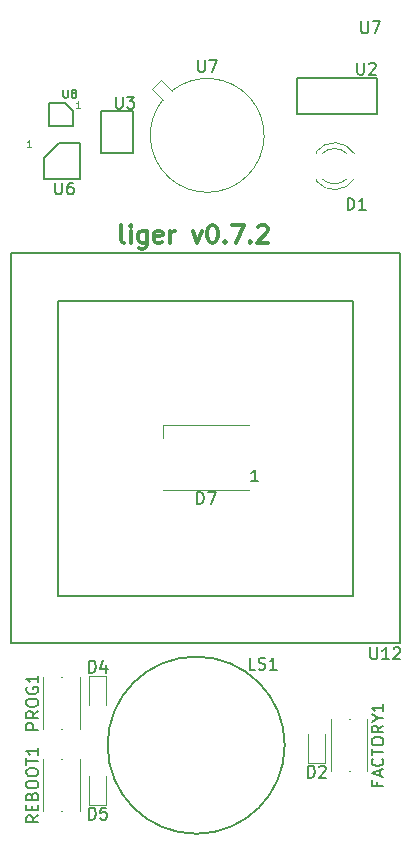
<source format=gbr>
G04 #@! TF.GenerationSoftware,KiCad,Pcbnew,6.0.0-rc1-unknown-2086226~66~ubuntu18.04.1*
G04 #@! TF.CreationDate,2018-11-28T13:28:41-06:00*
G04 #@! TF.ProjectId,liger,6c696765-722e-46b6-9963-61645f706362,rev?*
G04 #@! TF.SameCoordinates,Original*
G04 #@! TF.FileFunction,Legend,Top*
G04 #@! TF.FilePolarity,Positive*
%FSLAX46Y46*%
G04 Gerber Fmt 4.6, Leading zero omitted, Abs format (unit mm)*
G04 Created by KiCad (PCBNEW 6.0.0-rc1-unknown-2086226~66~ubuntu18.04.1) date Wed 28 Nov 2018 01:28:41 PM CST*
%MOMM*%
%LPD*%
G01*
G04 APERTURE LIST*
%ADD10C,0.080000*%
%ADD11C,0.300000*%
%ADD12C,0.150000*%
%ADD13C,0.120000*%
G04 APERTURE END LIST*
D10*
X136428142Y-59049809D02*
X136113857Y-59049809D01*
X136271000Y-59049809D02*
X136271000Y-58499809D01*
X136218619Y-58578380D01*
X136166238Y-58630761D01*
X136113857Y-58656952D01*
X132237142Y-62351809D02*
X131922857Y-62351809D01*
X132080000Y-62351809D02*
X132080000Y-61801809D01*
X132027619Y-61880380D01*
X131975238Y-61932761D01*
X131922857Y-61958952D01*
D11*
X140135714Y-70478571D02*
X139992857Y-70407142D01*
X139921428Y-70264285D01*
X139921428Y-68978571D01*
X140707142Y-70478571D02*
X140707142Y-69478571D01*
X140707142Y-68978571D02*
X140635714Y-69050000D01*
X140707142Y-69121428D01*
X140778571Y-69050000D01*
X140707142Y-68978571D01*
X140707142Y-69121428D01*
X142064285Y-69478571D02*
X142064285Y-70692857D01*
X141992857Y-70835714D01*
X141921428Y-70907142D01*
X141778571Y-70978571D01*
X141564285Y-70978571D01*
X141421428Y-70907142D01*
X142064285Y-70407142D02*
X141921428Y-70478571D01*
X141635714Y-70478571D01*
X141492857Y-70407142D01*
X141421428Y-70335714D01*
X141350000Y-70192857D01*
X141350000Y-69764285D01*
X141421428Y-69621428D01*
X141492857Y-69550000D01*
X141635714Y-69478571D01*
X141921428Y-69478571D01*
X142064285Y-69550000D01*
X143350000Y-70407142D02*
X143207142Y-70478571D01*
X142921428Y-70478571D01*
X142778571Y-70407142D01*
X142707142Y-70264285D01*
X142707142Y-69692857D01*
X142778571Y-69550000D01*
X142921428Y-69478571D01*
X143207142Y-69478571D01*
X143350000Y-69550000D01*
X143421428Y-69692857D01*
X143421428Y-69835714D01*
X142707142Y-69978571D01*
X144064285Y-70478571D02*
X144064285Y-69478571D01*
X144064285Y-69764285D02*
X144135714Y-69621428D01*
X144207142Y-69550000D01*
X144350000Y-69478571D01*
X144492857Y-69478571D01*
X145992857Y-69478571D02*
X146350000Y-70478571D01*
X146707142Y-69478571D01*
X147564285Y-68978571D02*
X147707142Y-68978571D01*
X147850000Y-69050000D01*
X147921428Y-69121428D01*
X147992857Y-69264285D01*
X148064285Y-69550000D01*
X148064285Y-69907142D01*
X147992857Y-70192857D01*
X147921428Y-70335714D01*
X147850000Y-70407142D01*
X147707142Y-70478571D01*
X147564285Y-70478571D01*
X147421428Y-70407142D01*
X147350000Y-70335714D01*
X147278571Y-70192857D01*
X147207142Y-69907142D01*
X147207142Y-69550000D01*
X147278571Y-69264285D01*
X147350000Y-69121428D01*
X147421428Y-69050000D01*
X147564285Y-68978571D01*
X148707142Y-70335714D02*
X148778571Y-70407142D01*
X148707142Y-70478571D01*
X148635714Y-70407142D01*
X148707142Y-70335714D01*
X148707142Y-70478571D01*
X149278571Y-68978571D02*
X150278571Y-68978571D01*
X149635714Y-70478571D01*
X150850000Y-70335714D02*
X150921428Y-70407142D01*
X150850000Y-70478571D01*
X150778571Y-70407142D01*
X150850000Y-70335714D01*
X150850000Y-70478571D01*
X151492857Y-69121428D02*
X151564285Y-69050000D01*
X151707142Y-68978571D01*
X152064285Y-68978571D01*
X152207142Y-69050000D01*
X152278571Y-69121428D01*
X152350000Y-69264285D01*
X152350000Y-69407142D01*
X152278571Y-69621428D01*
X151421428Y-70478571D01*
X152350000Y-70478571D01*
D12*
G04 #@! TO.C,U12*
X130550000Y-104400000D02*
X130550000Y-71400000D01*
X163550000Y-71400000D02*
X130550000Y-71400000D01*
X163550000Y-104400000D02*
X163550000Y-71400000D01*
X163550000Y-104400000D02*
X130550000Y-104400000D01*
X159550000Y-75400000D02*
X134550000Y-75400000D01*
X159550000Y-75400000D02*
X159550000Y-100400000D01*
X134550000Y-100400000D02*
X134550000Y-75400000D01*
X159550000Y-100400000D02*
X134550000Y-100400000D01*
D13*
G04 #@! TO.C,U7*
X143415326Y-58402629D02*
G75*
G03X144192916Y-57625098I3774674J-2997371D01*
G01*
X142524144Y-57511961D02*
X143415098Y-58402916D01*
X143301961Y-56734144D02*
X142524144Y-57511961D01*
X144192916Y-57625098D02*
X143301961Y-56734144D01*
G04 #@! TO.C,PROG1*
X134924000Y-107248600D02*
X134824000Y-107248600D01*
X136424000Y-111648600D02*
X136424000Y-107248600D01*
X133324000Y-107248600D02*
X133324000Y-111648600D01*
X134924000Y-111648600D02*
X134824000Y-111648600D01*
G04 #@! TO.C,D1*
X156402600Y-65088000D02*
X156402600Y-65244000D01*
X156402600Y-62772000D02*
X156402600Y-62928000D01*
X159003730Y-65087837D02*
G75*
G02X156921639Y-65088000I-1041130J1079837D01*
G01*
X159003730Y-62928163D02*
G75*
G03X156921639Y-62928000I-1041130J-1079837D01*
G01*
X159634935Y-65086608D02*
G75*
G02X156402600Y-65243516I-1672335J1078608D01*
G01*
X159634935Y-62929392D02*
G75*
G03X156402600Y-62772484I-1672335J-1078608D01*
G01*
G04 #@! TO.C,D2*
X157199000Y-114577000D02*
X157199000Y-112117000D01*
X155729000Y-114577000D02*
X157199000Y-114577000D01*
X155729000Y-112117000D02*
X155729000Y-114577000D01*
G04 #@! TO.C,D4*
X138657000Y-109625000D02*
X138657000Y-107165000D01*
X138657000Y-107165000D02*
X137187000Y-107165000D01*
X137187000Y-107165000D02*
X137187000Y-109625000D01*
G04 #@! TO.C,D5*
X138657000Y-118133000D02*
X138657000Y-115673000D01*
X137187000Y-118133000D02*
X138657000Y-118133000D01*
X137187000Y-115673000D02*
X137187000Y-118133000D01*
G04 #@! TO.C,FACTORY1*
X159157200Y-110830000D02*
X159257200Y-110830000D01*
X160757200Y-115230000D02*
X160757200Y-110830000D01*
X157657200Y-110830000D02*
X157657200Y-115230000D01*
X159157200Y-115230000D02*
X159257200Y-115230000D01*
D12*
G04 #@! TO.C,LS1*
X153753200Y-113028400D02*
G75*
G03X153753200Y-113028400I-7500000J0D01*
G01*
D13*
G04 #@! TO.C,REBOOT1*
X134924000Y-118633600D02*
X134824000Y-118633600D01*
X133324000Y-114233600D02*
X133324000Y-118633600D01*
X136424000Y-118633600D02*
X136424000Y-114233600D01*
X134924000Y-114233600D02*
X134824000Y-114233600D01*
D12*
G04 #@! TO.C,U2*
X154786200Y-59554000D02*
X154786200Y-56554000D01*
X154786200Y-56554000D02*
X161586200Y-56554000D01*
X161586200Y-56554000D02*
X161586200Y-59554000D01*
X161586200Y-59554000D02*
X154786200Y-59554000D01*
G04 #@! TO.C,U3*
X138226400Y-62856800D02*
X138226400Y-59306800D01*
X138226400Y-59306800D02*
X140896400Y-59306800D01*
X140896400Y-59306800D02*
X140896400Y-62856800D01*
X140896400Y-62856800D02*
X138226400Y-62856800D01*
G04 #@! TO.C,U6*
X136399400Y-62076200D02*
X134599400Y-62076200D01*
X133409400Y-63276200D02*
X133399400Y-65076200D01*
X133399400Y-65076200D02*
X136399400Y-65076200D01*
X136399400Y-65076200D02*
X136399400Y-62076200D01*
X133409400Y-63276200D02*
X134599400Y-62076200D01*
G04 #@! TO.C,U8*
X133832800Y-58633400D02*
X133832800Y-60633400D01*
X135132800Y-58633400D02*
X133832800Y-58633400D01*
X135832800Y-60633400D02*
X133832800Y-60633400D01*
X135832800Y-59353400D02*
X135832800Y-60633400D01*
X135132800Y-58633400D02*
X135832800Y-59353400D01*
D13*
G04 #@! TO.C,D7*
X150716000Y-91396000D02*
X143416000Y-91396000D01*
X150716000Y-85896000D02*
X143416000Y-85896000D01*
X143416000Y-85896000D02*
X143416000Y-87046000D01*
G04 #@! TD*
G04 #@! TO.C,U7*
D12*
X160238095Y-51752380D02*
X160238095Y-52561904D01*
X160285714Y-52657142D01*
X160333333Y-52704761D01*
X160428571Y-52752380D01*
X160619047Y-52752380D01*
X160714285Y-52704761D01*
X160761904Y-52657142D01*
X160809523Y-52561904D01*
X160809523Y-51752380D01*
X161190476Y-51752380D02*
X161857142Y-51752380D01*
X161428571Y-52752380D01*
G04 #@! TO.C,U12*
X161011904Y-104752380D02*
X161011904Y-105561904D01*
X161059523Y-105657142D01*
X161107142Y-105704761D01*
X161202380Y-105752380D01*
X161392857Y-105752380D01*
X161488095Y-105704761D01*
X161535714Y-105657142D01*
X161583333Y-105561904D01*
X161583333Y-104752380D01*
X162583333Y-105752380D02*
X162011904Y-105752380D01*
X162297619Y-105752380D02*
X162297619Y-104752380D01*
X162202380Y-104895238D01*
X162107142Y-104990476D01*
X162011904Y-105038095D01*
X162964285Y-104847619D02*
X163011904Y-104800000D01*
X163107142Y-104752380D01*
X163345238Y-104752380D01*
X163440476Y-104800000D01*
X163488095Y-104847619D01*
X163535714Y-104942857D01*
X163535714Y-105038095D01*
X163488095Y-105180952D01*
X162916666Y-105752380D01*
X163535714Y-105752380D01*
G04 #@! TO.C,U7*
X146428095Y-55032380D02*
X146428095Y-55841904D01*
X146475714Y-55937142D01*
X146523333Y-55984761D01*
X146618571Y-56032380D01*
X146809047Y-56032380D01*
X146904285Y-55984761D01*
X146951904Y-55937142D01*
X146999523Y-55841904D01*
X146999523Y-55032380D01*
X147380476Y-55032380D02*
X148047142Y-55032380D01*
X147618571Y-56032380D01*
G04 #@! TO.C,PROG1*
X132876380Y-111710504D02*
X131876380Y-111710504D01*
X131876380Y-111329552D01*
X131924000Y-111234314D01*
X131971619Y-111186695D01*
X132066857Y-111139076D01*
X132209714Y-111139076D01*
X132304952Y-111186695D01*
X132352571Y-111234314D01*
X132400190Y-111329552D01*
X132400190Y-111710504D01*
X132876380Y-110139076D02*
X132400190Y-110472409D01*
X132876380Y-110710504D02*
X131876380Y-110710504D01*
X131876380Y-110329552D01*
X131924000Y-110234314D01*
X131971619Y-110186695D01*
X132066857Y-110139076D01*
X132209714Y-110139076D01*
X132304952Y-110186695D01*
X132352571Y-110234314D01*
X132400190Y-110329552D01*
X132400190Y-110710504D01*
X131876380Y-109520028D02*
X131876380Y-109329552D01*
X131924000Y-109234314D01*
X132019238Y-109139076D01*
X132209714Y-109091457D01*
X132543047Y-109091457D01*
X132733523Y-109139076D01*
X132828761Y-109234314D01*
X132876380Y-109329552D01*
X132876380Y-109520028D01*
X132828761Y-109615266D01*
X132733523Y-109710504D01*
X132543047Y-109758123D01*
X132209714Y-109758123D01*
X132019238Y-109710504D01*
X131924000Y-109615266D01*
X131876380Y-109520028D01*
X131924000Y-108139076D02*
X131876380Y-108234314D01*
X131876380Y-108377171D01*
X131924000Y-108520028D01*
X132019238Y-108615266D01*
X132114476Y-108662885D01*
X132304952Y-108710504D01*
X132447809Y-108710504D01*
X132638285Y-108662885D01*
X132733523Y-108615266D01*
X132828761Y-108520028D01*
X132876380Y-108377171D01*
X132876380Y-108281933D01*
X132828761Y-108139076D01*
X132781142Y-108091457D01*
X132447809Y-108091457D01*
X132447809Y-108281933D01*
X132876380Y-107139076D02*
X132876380Y-107710504D01*
X132876380Y-107424790D02*
X131876380Y-107424790D01*
X132019238Y-107520028D01*
X132114476Y-107615266D01*
X132162095Y-107710504D01*
G04 #@! TO.C,D1*
X159078704Y-67711580D02*
X159078704Y-66711580D01*
X159316800Y-66711580D01*
X159459657Y-66759200D01*
X159554895Y-66854438D01*
X159602514Y-66949676D01*
X159650133Y-67140152D01*
X159650133Y-67283009D01*
X159602514Y-67473485D01*
X159554895Y-67568723D01*
X159459657Y-67663961D01*
X159316800Y-67711580D01*
X159078704Y-67711580D01*
X160602514Y-67711580D02*
X160031085Y-67711580D01*
X160316800Y-67711580D02*
X160316800Y-66711580D01*
X160221561Y-66854438D01*
X160126323Y-66949676D01*
X160031085Y-66997295D01*
G04 #@! TO.C,D2*
X155725904Y-115768380D02*
X155725904Y-114768380D01*
X155964000Y-114768380D01*
X156106857Y-114816000D01*
X156202095Y-114911238D01*
X156249714Y-115006476D01*
X156297333Y-115196952D01*
X156297333Y-115339809D01*
X156249714Y-115530285D01*
X156202095Y-115625523D01*
X156106857Y-115720761D01*
X155964000Y-115768380D01*
X155725904Y-115768380D01*
X156678285Y-114863619D02*
X156725904Y-114816000D01*
X156821142Y-114768380D01*
X157059238Y-114768380D01*
X157154476Y-114816000D01*
X157202095Y-114863619D01*
X157249714Y-114958857D01*
X157249714Y-115054095D01*
X157202095Y-115196952D01*
X156630666Y-115768380D01*
X157249714Y-115768380D01*
G04 #@! TO.C,D4*
X137183904Y-106878380D02*
X137183904Y-105878380D01*
X137422000Y-105878380D01*
X137564857Y-105926000D01*
X137660095Y-106021238D01*
X137707714Y-106116476D01*
X137755333Y-106306952D01*
X137755333Y-106449809D01*
X137707714Y-106640285D01*
X137660095Y-106735523D01*
X137564857Y-106830761D01*
X137422000Y-106878380D01*
X137183904Y-106878380D01*
X138612476Y-106211714D02*
X138612476Y-106878380D01*
X138374380Y-105830761D02*
X138136285Y-106545047D01*
X138755333Y-106545047D01*
G04 #@! TO.C,D5*
X137183904Y-119324380D02*
X137183904Y-118324380D01*
X137422000Y-118324380D01*
X137564857Y-118372000D01*
X137660095Y-118467238D01*
X137707714Y-118562476D01*
X137755333Y-118752952D01*
X137755333Y-118895809D01*
X137707714Y-119086285D01*
X137660095Y-119181523D01*
X137564857Y-119276761D01*
X137422000Y-119324380D01*
X137183904Y-119324380D01*
X138660095Y-118324380D02*
X138183904Y-118324380D01*
X138136285Y-118800571D01*
X138183904Y-118752952D01*
X138279142Y-118705333D01*
X138517238Y-118705333D01*
X138612476Y-118752952D01*
X138660095Y-118800571D01*
X138707714Y-118895809D01*
X138707714Y-119133904D01*
X138660095Y-119229142D01*
X138612476Y-119276761D01*
X138517238Y-119324380D01*
X138279142Y-119324380D01*
X138183904Y-119276761D01*
X138136285Y-119229142D01*
G04 #@! TO.C,FACTORY1*
X161585771Y-116125238D02*
X161585771Y-116458571D01*
X162109580Y-116458571D02*
X161109580Y-116458571D01*
X161109580Y-115982380D01*
X161823866Y-115649047D02*
X161823866Y-115172857D01*
X162109580Y-115744285D02*
X161109580Y-115410952D01*
X162109580Y-115077619D01*
X162014342Y-114172857D02*
X162061961Y-114220476D01*
X162109580Y-114363333D01*
X162109580Y-114458571D01*
X162061961Y-114601428D01*
X161966723Y-114696666D01*
X161871485Y-114744285D01*
X161681009Y-114791904D01*
X161538152Y-114791904D01*
X161347676Y-114744285D01*
X161252438Y-114696666D01*
X161157200Y-114601428D01*
X161109580Y-114458571D01*
X161109580Y-114363333D01*
X161157200Y-114220476D01*
X161204819Y-114172857D01*
X161109580Y-113887142D02*
X161109580Y-113315714D01*
X162109580Y-113601428D02*
X161109580Y-113601428D01*
X161109580Y-112791904D02*
X161109580Y-112601428D01*
X161157200Y-112506190D01*
X161252438Y-112410952D01*
X161442914Y-112363333D01*
X161776247Y-112363333D01*
X161966723Y-112410952D01*
X162061961Y-112506190D01*
X162109580Y-112601428D01*
X162109580Y-112791904D01*
X162061961Y-112887142D01*
X161966723Y-112982380D01*
X161776247Y-113030000D01*
X161442914Y-113030000D01*
X161252438Y-112982380D01*
X161157200Y-112887142D01*
X161109580Y-112791904D01*
X162109580Y-111363333D02*
X161633390Y-111696666D01*
X162109580Y-111934761D02*
X161109580Y-111934761D01*
X161109580Y-111553809D01*
X161157200Y-111458571D01*
X161204819Y-111410952D01*
X161300057Y-111363333D01*
X161442914Y-111363333D01*
X161538152Y-111410952D01*
X161585771Y-111458571D01*
X161633390Y-111553809D01*
X161633390Y-111934761D01*
X161633390Y-110744285D02*
X162109580Y-110744285D01*
X161109580Y-111077619D02*
X161633390Y-110744285D01*
X161109580Y-110410952D01*
X162109580Y-109553809D02*
X162109580Y-110125238D01*
X162109580Y-109839523D02*
X161109580Y-109839523D01*
X161252438Y-109934761D01*
X161347676Y-110030000D01*
X161395295Y-110125238D01*
G04 #@! TO.C,LS1*
X151249142Y-106624380D02*
X150772952Y-106624380D01*
X150772952Y-105624380D01*
X151534857Y-106576761D02*
X151677714Y-106624380D01*
X151915809Y-106624380D01*
X152011047Y-106576761D01*
X152058666Y-106529142D01*
X152106285Y-106433904D01*
X152106285Y-106338666D01*
X152058666Y-106243428D01*
X152011047Y-106195809D01*
X151915809Y-106148190D01*
X151725333Y-106100571D01*
X151630095Y-106052952D01*
X151582476Y-106005333D01*
X151534857Y-105910095D01*
X151534857Y-105814857D01*
X151582476Y-105719619D01*
X151630095Y-105672000D01*
X151725333Y-105624380D01*
X151963428Y-105624380D01*
X152106285Y-105672000D01*
X153058666Y-106624380D02*
X152487238Y-106624380D01*
X152772952Y-106624380D02*
X152772952Y-105624380D01*
X152677714Y-105767238D01*
X152582476Y-105862476D01*
X152487238Y-105910095D01*
G04 #@! TO.C,REBOOT1*
X132876380Y-118981219D02*
X132400190Y-119314552D01*
X132876380Y-119552647D02*
X131876380Y-119552647D01*
X131876380Y-119171695D01*
X131924000Y-119076457D01*
X131971619Y-119028838D01*
X132066857Y-118981219D01*
X132209714Y-118981219D01*
X132304952Y-119028838D01*
X132352571Y-119076457D01*
X132400190Y-119171695D01*
X132400190Y-119552647D01*
X132352571Y-118552647D02*
X132352571Y-118219314D01*
X132876380Y-118076457D02*
X132876380Y-118552647D01*
X131876380Y-118552647D01*
X131876380Y-118076457D01*
X132352571Y-117314552D02*
X132400190Y-117171695D01*
X132447809Y-117124076D01*
X132543047Y-117076457D01*
X132685904Y-117076457D01*
X132781142Y-117124076D01*
X132828761Y-117171695D01*
X132876380Y-117266933D01*
X132876380Y-117647885D01*
X131876380Y-117647885D01*
X131876380Y-117314552D01*
X131924000Y-117219314D01*
X131971619Y-117171695D01*
X132066857Y-117124076D01*
X132162095Y-117124076D01*
X132257333Y-117171695D01*
X132304952Y-117219314D01*
X132352571Y-117314552D01*
X132352571Y-117647885D01*
X131876380Y-116457409D02*
X131876380Y-116266933D01*
X131924000Y-116171695D01*
X132019238Y-116076457D01*
X132209714Y-116028838D01*
X132543047Y-116028838D01*
X132733523Y-116076457D01*
X132828761Y-116171695D01*
X132876380Y-116266933D01*
X132876380Y-116457409D01*
X132828761Y-116552647D01*
X132733523Y-116647885D01*
X132543047Y-116695504D01*
X132209714Y-116695504D01*
X132019238Y-116647885D01*
X131924000Y-116552647D01*
X131876380Y-116457409D01*
X131876380Y-115409790D02*
X131876380Y-115219314D01*
X131924000Y-115124076D01*
X132019238Y-115028838D01*
X132209714Y-114981219D01*
X132543047Y-114981219D01*
X132733523Y-115028838D01*
X132828761Y-115124076D01*
X132876380Y-115219314D01*
X132876380Y-115409790D01*
X132828761Y-115505028D01*
X132733523Y-115600266D01*
X132543047Y-115647885D01*
X132209714Y-115647885D01*
X132019238Y-115600266D01*
X131924000Y-115505028D01*
X131876380Y-115409790D01*
X131876380Y-114695504D02*
X131876380Y-114124076D01*
X132876380Y-114409790D02*
X131876380Y-114409790D01*
X132876380Y-113266933D02*
X132876380Y-113838361D01*
X132876380Y-113552647D02*
X131876380Y-113552647D01*
X132019238Y-113647885D01*
X132114476Y-113743123D01*
X132162095Y-113838361D01*
G04 #@! TO.C,U2*
X159893095Y-55256180D02*
X159893095Y-56065704D01*
X159940714Y-56160942D01*
X159988333Y-56208561D01*
X160083571Y-56256180D01*
X160274047Y-56256180D01*
X160369285Y-56208561D01*
X160416904Y-56160942D01*
X160464523Y-56065704D01*
X160464523Y-55256180D01*
X160893095Y-55351419D02*
X160940714Y-55303800D01*
X161035952Y-55256180D01*
X161274047Y-55256180D01*
X161369285Y-55303800D01*
X161416904Y-55351419D01*
X161464523Y-55446657D01*
X161464523Y-55541895D01*
X161416904Y-55684752D01*
X160845476Y-56256180D01*
X161464523Y-56256180D01*
G04 #@! TO.C,U3*
X139446095Y-58126380D02*
X139446095Y-58935904D01*
X139493714Y-59031142D01*
X139541333Y-59078761D01*
X139636571Y-59126380D01*
X139827047Y-59126380D01*
X139922285Y-59078761D01*
X139969904Y-59031142D01*
X140017523Y-58935904D01*
X140017523Y-58126380D01*
X140398476Y-58126380D02*
X141017523Y-58126380D01*
X140684190Y-58507333D01*
X140827047Y-58507333D01*
X140922285Y-58554952D01*
X140969904Y-58602571D01*
X141017523Y-58697809D01*
X141017523Y-58935904D01*
X140969904Y-59031142D01*
X140922285Y-59078761D01*
X140827047Y-59126380D01*
X140541333Y-59126380D01*
X140446095Y-59078761D01*
X140398476Y-59031142D01*
G04 #@! TO.C,U6*
X134317495Y-65398580D02*
X134317495Y-66208104D01*
X134365114Y-66303342D01*
X134412733Y-66350961D01*
X134507971Y-66398580D01*
X134698447Y-66398580D01*
X134793685Y-66350961D01*
X134841304Y-66303342D01*
X134888923Y-66208104D01*
X134888923Y-65398580D01*
X135793685Y-65398580D02*
X135603209Y-65398580D01*
X135507971Y-65446200D01*
X135460352Y-65493819D01*
X135365114Y-65636676D01*
X135317495Y-65827152D01*
X135317495Y-66208104D01*
X135365114Y-66303342D01*
X135412733Y-66350961D01*
X135507971Y-66398580D01*
X135698447Y-66398580D01*
X135793685Y-66350961D01*
X135841304Y-66303342D01*
X135888923Y-66208104D01*
X135888923Y-65970009D01*
X135841304Y-65874771D01*
X135793685Y-65827152D01*
X135698447Y-65779533D01*
X135507971Y-65779533D01*
X135412733Y-65827152D01*
X135365114Y-65874771D01*
X135317495Y-65970009D01*
G04 #@! TO.C,U8*
X134999466Y-57520066D02*
X134999466Y-58086733D01*
X135032800Y-58153400D01*
X135066133Y-58186733D01*
X135132800Y-58220066D01*
X135266133Y-58220066D01*
X135332800Y-58186733D01*
X135366133Y-58153400D01*
X135399466Y-58086733D01*
X135399466Y-57520066D01*
X135832800Y-57820066D02*
X135766133Y-57786733D01*
X135732800Y-57753400D01*
X135699466Y-57686733D01*
X135699466Y-57653400D01*
X135732800Y-57586733D01*
X135766133Y-57553400D01*
X135832800Y-57520066D01*
X135966133Y-57520066D01*
X136032800Y-57553400D01*
X136066133Y-57586733D01*
X136099466Y-57653400D01*
X136099466Y-57686733D01*
X136066133Y-57753400D01*
X136032800Y-57786733D01*
X135966133Y-57820066D01*
X135832800Y-57820066D01*
X135766133Y-57853400D01*
X135732800Y-57886733D01*
X135699466Y-57953400D01*
X135699466Y-58086733D01*
X135732800Y-58153400D01*
X135766133Y-58186733D01*
X135832800Y-58220066D01*
X135966133Y-58220066D01*
X136032800Y-58186733D01*
X136066133Y-58153400D01*
X136099466Y-58086733D01*
X136099466Y-57953400D01*
X136066133Y-57886733D01*
X136032800Y-57853400D01*
X135966133Y-57820066D01*
G04 #@! TO.C,D7*
X146327904Y-92598380D02*
X146327904Y-91598380D01*
X146566000Y-91598380D01*
X146708857Y-91646000D01*
X146804095Y-91741238D01*
X146851714Y-91836476D01*
X146899333Y-92026952D01*
X146899333Y-92169809D01*
X146851714Y-92360285D01*
X146804095Y-92455523D01*
X146708857Y-92550761D01*
X146566000Y-92598380D01*
X146327904Y-92598380D01*
X147232666Y-91598380D02*
X147899333Y-91598380D01*
X147470761Y-92598380D01*
X151501714Y-90698380D02*
X150930285Y-90698380D01*
X151216000Y-90698380D02*
X151216000Y-89698380D01*
X151120761Y-89841238D01*
X151025523Y-89936476D01*
X150930285Y-89984095D01*
G04 #@! TD*
M02*

</source>
